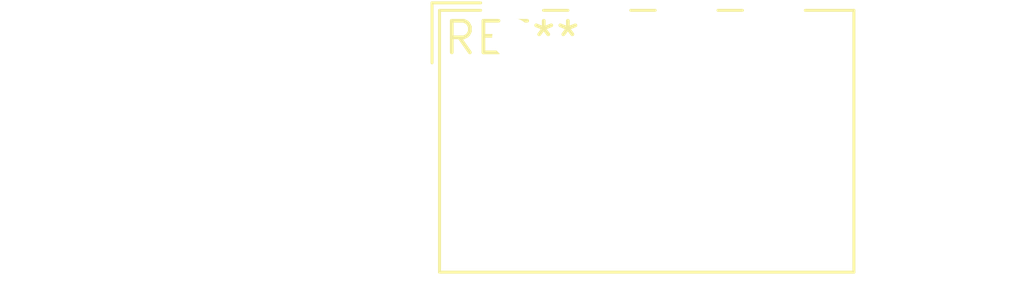
<source format=kicad_pcb>
(kicad_pcb (version 20240108) (generator pcbnew)
  (layers (0 "F.Cu" signal) (31 "B.Cu" signal) (34 "B.Paste" user) (35 "F.Paste" user) (36 "B.SilkS" user "B.Silkscreen") (37 "F.SilkS" user "F.Silkscreen") (38 "B.Mask" user) (39 "F.Mask" user) (44 "Edge.Cuts" user))
  (net 0 "")
  (footprint "Wago_734-164_1x04_P3.50mm_Horizontal" (layer "F.Cu") (at 0 0)
    (property "Reference" "REF**")
    (property "Value" "Wago_734-164_1x04_P3.50mm_Horizontal")
    (fp_line (start -3.21 -1.41) (end -1.26 -1.41) (layer "F.SilkS") (stroke (width 0.12)))
    (fp_line (start -3.21 1) (end -3.21 -1.41) (layer "F.SilkS") (stroke (width 0.12)))
    (fp_line (start -2.91 -1.11) (end -2.91 9.41) (layer "F.SilkS") (stroke (width 0.12)))
    (fp_line (start -2.91 9.41) (end 13.71 9.41) (layer "F.SilkS") (stroke (width 0.12)))
    (fp_line (start -1.26 -1.11) (end -2.91 -1.11) (layer "F.SilkS") (stroke (width 0.12)))
    (fp_line (start 1.26 -1.11) (end 2.24 -1.11) (layer "F.SilkS") (stroke (width 0.12)))
    (fp_line (start 4.76 -1.11) (end 5.74 -1.11) (layer "F.SilkS") (stroke (width 0.12)))
    (fp_line (start 8.26 -1.11) (end 9.24 -1.11) (layer "F.SilkS") (stroke (width 0.12)))
    (fp_line (start 13.71 -1.11) (end 11.76 -1.11) (layer "F.SilkS") (stroke (width 0.12)))
    (fp_line (start 13.71 9.41) (end 13.71 -1.11) (layer "F.SilkS") (stroke (width 0.12)))
    (pad "1" thru_hole roundrect (at 0 0) (size 2 2.6) (drill 1.6) (layers *.Cu *.Mask) (remove_unused_layers) (roundrect_rratio 0.125))
    (pad "2" thru_hole oval (at 3.5 0) (size 2 2.6) (drill 1.6) (layers *.Cu *.Mask) (remove_unused_layers))
    (pad "3" thru_hole oval (at 7 0) (size 2 2.6) (drill 1.6) (layers *.Cu *.Mask) (remove_unused_layers))
    (pad "4" thru_hole oval (at 10.5 0) (size 2 2.6) (drill 1.6) (layers *.Cu *.Mask) (remove_unused_layers))
  )
)
</source>
